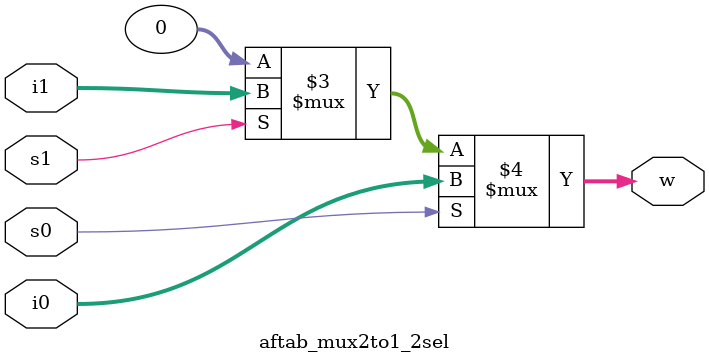
<source format=v>
`timescale 1ns/1ns

module aftab_mux2to1_2sel #(parameter size = 32) (
    input [size-1:0] i0,
    input [size-1:0] i1,
    input s0,
    input s1,
    output [size-1:0] w
);

    assign w = (s0 == 1'b1) ? i0 :
               (s1 == 1'b1) ? i1 :
               {(size){1'b0}};

endmodule

</source>
